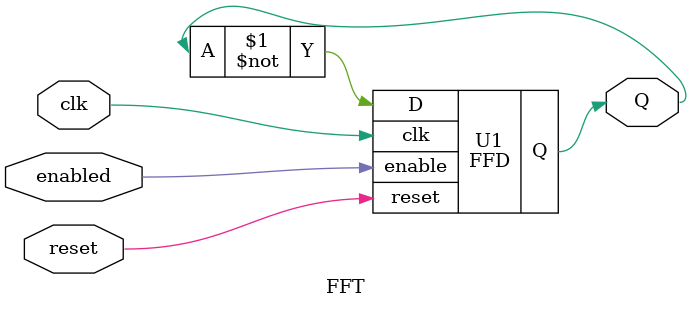
<source format=v>

module FFD(input wire clk,  
           input wire reset, 
           input wire enable, 
           input wire D, 
           output reg Q);

  always @(posedge clk or posedge reset)
    begin
      if (reset) Q <= 1'b0;
      else if (enable) Q <= D;
      else Q <= Q;
    end

endmodule



// Flags (Flip Flop tipo D de 2 bits, con 2 entradas y 2 salidas)
module FLAGS(input wire clk, 
             input wire reset, 
             input wire enable, 
             input wire carry,
             input wire zero,
             output wire c_flag,  
             output wire z_flag);

  FFD U1(clk, reset, enable, carry, c_flag);
  FFD U2(clk, reset, enable, zero, z_flag);

endmodule



// Accumulator (Flip Flop tipo D de 4 bits)
module ACCUMULATOR(input wire clk, 
                   input wire reset, 
                   input wire enable, 
                   input wire [3:0] D, 
                   output wire [3:0] Q);

  FFD U1(clk, reset, enable, D[3], Q[3]);
  FFD U2(clk, reset, enable, D[2], Q[2]);
  FFD U3(clk, reset, enable, D[1], Q[1]);
  FFD U4(clk, reset, enable, D[0], Q[0]);

endmodule


// Outputs (Flip Flop tipo D de 4 bits)
module OUTPUTS( input wire clk, 
                input wire reset, 
                input wire enable, 
                input wire [3:0] D, 
                output wire [3:0] Q);

  FFD U1(clk, reset, enable, D[3], Q[3]);
  FFD U2(clk, reset, enable, D[2], Q[2]);
  FFD U3(clk, reset, enable, D[1], Q[1]);
  FFD U4(clk, reset, enable, D[0], Q[0]);

endmodule


// Fetch (Flip Flop tipo D de 8 bits con dos salidas de 4 bits)
module FETCH(input wire clk, 
             input wire reset, 
             input wire enable, 
             input wire [7:0] D, 
             output wire [3:0] instruccion,
             output wire [3:0] operando);

  FFD U1(clk, reset, enable, D[7], instruccion[3]);
  FFD U2(clk, reset, enable, D[6], instruccion[2]);
  FFD U3(clk, reset, enable, D[5], instruccion[1]);
  FFD U4(clk, reset, enable, D[4], instruccion[0]);

  FFD U5(clk, reset, enable, D[3], operando[3]);
  FFD U6(clk, reset, enable, D[2], operando[2]);
  FFD U7(clk, reset, enable, D[1], operando[1]);
  FFD U8(clk, reset, enable, D[0], operando[0]);
  
endmodule



module FFT (input wire clk,
            input wire reset, 
            input wire enabled, 
            output wire Q);
    
    FFD U1(clk, reset, enabled, ~Q, Q);
    
endmodule




//////////////////////////////////////////////////////////////////

</source>
